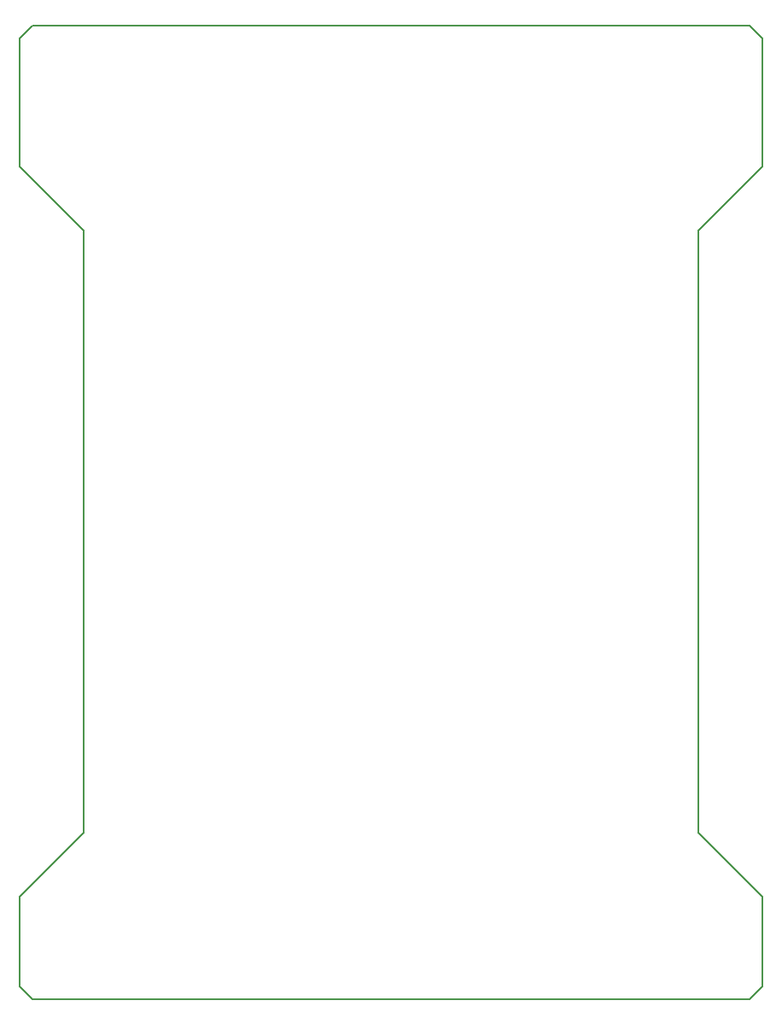
<source format=gbr>
G04 #@! TF.GenerationSoftware,KiCad,Pcbnew,5.0.2+dfsg1-1*
G04 #@! TF.CreationDate,2019-04-07T21:18:12-06:00*
G04 #@! TF.ProjectId,breakout-board,62726561-6b6f-4757-942d-626f6172642e,rev?*
G04 #@! TF.SameCoordinates,PX5d42830PY7b89fa0*
G04 #@! TF.FileFunction,Profile,NP*
%FSLAX46Y46*%
G04 Gerber Fmt 4.6, Leading zero omitted, Abs format (unit mm)*
G04 Created by KiCad (PCBNEW 5.0.2+dfsg1-1) date Sun 07 Apr 2019 09:18:12 PM MDT*
%MOMM*%
%LPD*%
G01*
G04 APERTURE LIST*
%ADD10C,0.150000*%
%ADD11C,0.200000*%
G04 APERTURE END LIST*
D10*
X1270000Y0D02*
X72390000Y0D01*
X1270000Y96520000D02*
X72390000Y96520000D01*
X6350000Y16510000D02*
X6350000Y76200000D01*
X0Y1270000D02*
X0Y10160000D01*
X73660000Y1270000D02*
X73660000Y10160000D01*
D11*
X73660000Y95250000D02*
X73660000Y83820000D01*
X0Y95250000D02*
X0Y82550000D01*
D10*
X73660000Y82550000D02*
X73660000Y83820000D01*
X67310000Y76200000D02*
X73660000Y82550000D01*
X67310000Y16510000D02*
X73660000Y10160000D01*
X67310000Y76200000D02*
X67310000Y16510000D01*
X0Y95250000D02*
X1270000Y96520000D01*
X73660000Y95250000D02*
X72390000Y96520000D01*
X72390000Y0D02*
X73660000Y1270000D01*
X1270000Y0D02*
X0Y1270000D01*
X6350000Y76200000D02*
X0Y82550000D01*
X0Y10160000D02*
X6350000Y16510000D01*
M02*

</source>
